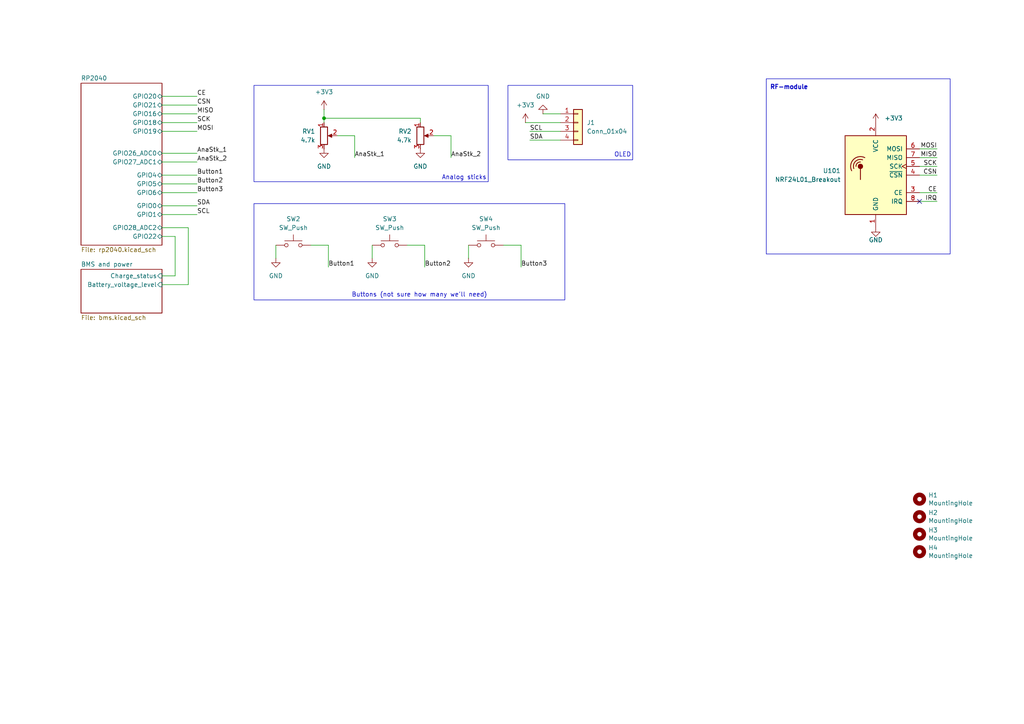
<source format=kicad_sch>
(kicad_sch (version 20250114) (generator "eeschema") (generator_version "9.0")
  (paper "A4")
  (title_block (title "SPRO3D RC remote PCB") (date "2025-11-01") (rev "0.1"))
  (lib_symbols
    (symbol "Connector_Generic:Conn_01x04" (pin_names (offset 1.016) (hide yes))
      (property "Reference" "J" (at 0 5.08 0))
      (property "Value" "Conn_01x04" (at 0 -7.62 0))
      (symbol "Conn_01x04_1_1"
        (rectangle (start -1.27 3.81) (end 1.27 -6.35) (stroke (width 0.254)) (fill (type background)))
        (rectangle (start -1.27 2.667) (end 0 2.413) (stroke (width 0.1524)))
        (rectangle (start -1.27 0.127) (end 0 -0.127) (stroke (width 0.1524)))
        (rectangle (start -1.27 -2.413) (end 0 -2.667) (stroke (width 0.1524)))
        (rectangle (start -1.27 -4.953) (end 0 -5.207) (stroke (width 0.1524)))
        (pin passive line (at -5.08 2.54 0) (length 3.81) (name "Pin_1") (number "1"))
        (pin passive line (at -5.08 0 0) (length 3.81) (name "Pin_2") (number "2"))
        (pin passive line (at -5.08 -2.54 0) (length 3.81) (name "Pin_3") (number "3"))
        (pin passive line (at -5.08 -5.08 0) (length 3.81) (name "Pin_4") (number "4"))
      )
    )
    (symbol "Device:R_Potentiometer" (pin_names (offset 1.016) (hide yes))
      (property "Reference" "RV" (at -4.445 0 90))
      (property "Value" "R_Potentiometer" (at -2.54 0 90))
      (symbol "R_Potentiometer_0_1"
        (rectangle (start 1.016 2.54) (end -1.016 -2.54) (stroke (width 0.254)))
        (polyline (pts (xy 1.143 0) (xy 2.286 0.508) (xy 2.286 -0.508) (xy 1.143 0)) (fill (type outline)))
        (polyline (pts (xy 2.54 0) (xy 1.524 0)))
      )
      (symbol "R_Potentiometer_1_1"
        (pin passive line (at 0 3.81 270) (length 1.27) (name "1") (number "1"))
        (pin passive line (at 0 -3.81 90) (length 1.27) (name "3") (number "3"))
        (pin passive line (at 3.81 0 180) (length 1.27) (name "2") (number "2"))
      )
    )
    (symbol "Mechanical:MountingHole" (pin_names (offset 1.016))
      (property "Reference" "H" (at 0 5.08 0))
      (property "Value" "MountingHole" (at 0 3.175 0))
      (symbol "MountingHole_0_1"
        (circle (center 0 0) (radius 1.27) (stroke (width 1.27)))
      )
    )
    (symbol "RF:NRF24L01_Breakout" (pin_names (offset 1.016))
      (property "Reference" "U" (at -8.89 12.7 0))
      (property "Value" "NRF24L01_Breakout" (at 3.81 12.7 0))
      (symbol "NRF24L01_Breakout_0_1"
        (rectangle (start -8.89 11.43) (end 8.89 -11.43) (stroke (width 0.254)) (fill (type background)))
        (arc (start 3.175 5.08) (mid 6.453 4.548) (end 6.985 1.27) (stroke (width 0.254)))
        (circle (center 4.445 2.54) (radius 0.635) (stroke (width 0.254)) (fill (type outline)))
        (polyline (pts (xy 4.445 1.905) (xy 4.445 -1.27)) (stroke (width 0.254)))
        (arc (start 3.81 4.445) (mid 5.8835 3.9785) (end 6.35 1.905) (stroke (width 0.254)))
        (arc (start 4.445 3.81) (mid 5.3558 3.4508) (end 5.715 2.54) (stroke (width 0.254)))
      )
      (symbol "NRF24L01_Breakout_1_1"
        (pin input line (at -12.7 7.62 0) (length 3.81) (name "MOSI") (number "6"))
        (pin output line (at -12.7 5.08 0) (length 3.81) (name "MISO") (number "7"))
        (pin input clock (at -12.7 2.54 0) (length 3.81) (name "SCK") (number "5"))
        (pin input line (at -12.7 0 0) (length 3.81) (name "~{CSN}") (number "4"))
        (pin input line (at -12.7 -5.08 0) (length 3.81) (name "CE") (number "3"))
        (pin output line (at -12.7 -7.62 0) (length 3.81) (name "IRQ") (number "8"))
        (pin power_in line (at 0 15.24 270) (length 3.81) (name "VCC") (number "2"))
        (pin power_in line (at 0 -15.24 90) (length 3.81) (name "GND") (number "1"))
      )
    )
    (symbol "Switch:SW_Push" (pin_numbers (hide yes)) (pin_names (offset 1.016) (hide yes))
      (property "Reference" "SW" (at 1.27 2.54 0))
      (property "Value" "SW_Push" (at 0 -1.524 0))
      (symbol "SW_Push_0_1"
        (circle (center -2.032 0) (radius 0.508))
        (polyline (pts (xy 0 1.27) (xy 0 3.048)))
        (circle (center 2.032 0) (radius 0.508))
        (polyline (pts (xy 2.54 1.27) (xy -2.54 1.27)))
        (pin passive line (at -5.08 0 0) (length 2.54) (name "1") (number "1"))
        (pin passive line (at 5.08 0 180) (length 2.54) (name "2") (number "2"))
      )
    )
    (symbol "power:+3.3V" (power) (pin_numbers (hide yes)) (pin_names (offset 0) (hide yes))
      (property "Value" "+3.3V" (at 0 3.556 0))
      (symbol "+3.3V_0_1"
        (polyline (pts (xy -0.762 1.27) (xy 0 2.54)))
        (polyline (pts (xy 0 2.54) (xy 0.762 1.27)))
        (polyline (pts (xy 0 0) (xy 0 2.54)))
      )
      (symbol "+3.3V_1_1"
        (pin power_in line (at 0 0 90) (length 0) (name "~") (number "1"))
      )
    )
    (symbol "power:+3V3" (power) (pin_numbers (hide yes)) (pin_names (offset 0) (hide yes))
      (property "Value" "+3V3" (at 0 3.556 0))
      (symbol "+3V3_0_1"
        (polyline (pts (xy -0.762 1.27) (xy 0 2.54)))
        (polyline (pts (xy 0 2.54) (xy 0.762 1.27)))
        (polyline (pts (xy 0 0) (xy 0 2.54)))
      )
      (symbol "+3V3_1_1"
        (pin power_in line (at 0 0 90) (length 0) (name "~") (number "1"))
      )
    )
    (symbol "power:GND" (power) (pin_numbers (hide yes)) (pin_names (offset 0) (hide yes))
      (property "Value" "GND" (at 0 -3.81 0))
      (symbol "GND_0_1"
        (polyline (pts (xy 0 0) (xy 0 -1.27) (xy 1.27 -1.27) (xy 0 -2.54) (xy -1.27 -1.27) (xy 0 -1.27)))
      )
      (symbol "GND_1_1"
        (pin power_in line (at 0 0 270) (length 0) (name "~") (number "1"))
      )
    )
  )
  (rectangle (start 222.25 22.86) (end 275.59 73.66))
  (rectangle (start 73.66 59.055) (end 163.83 86.995))
  (rectangle (start 147.32 24.765) (end 183.515 46.355))
  (rectangle (start 73.66 24.765) (end 141.605 52.705))
  (text "Buttons (not sure how many we'll need)\n" (at 121.666 85.598 0) (effects (font (size 1.27 1.27))))
  (text "RF-module" (at 228.854 25.4 0) (effects (font (size 1.27 1.27) (thickness 0.254) (bold yes))))
  (text "OLED\n" (at 180.594 44.958 0) (effects (font (size 1.27 1.27))))
  (text "Analog sticks\n" (at 134.62 51.562 0) (effects (font (size 1.27 1.27))))
  (junction (at 93.98 34.29))
  (no_connect (at 266.7 58.42))
  (wire (pts (xy 95.25 71.12) (xy 95.25 77.47)))
  (wire (pts (xy 121.92 34.29) (xy 93.98 34.29)))
  (wire (pts (xy 102.87 39.37) (xy 102.87 45.72)))
  (wire (pts (xy 123.19 71.12) (xy 123.19 77.47)))
  (wire (pts (xy 157.48 33.02) (xy 162.56 33.02)))
  (wire (pts (xy 50.8 68.58) (xy 50.8 80.01)))
  (wire (pts (xy 54.61 66.04) (xy 54.61 82.55)))
  (wire (pts (xy 46.99 30.48) (xy 57.15 30.48)))
  (wire (pts (xy 46.99 55.88) (xy 57.15 55.88)))
  (wire (pts (xy 90.17 71.12) (xy 95.25 71.12)))
  (wire (pts (xy 266.7 55.88) (xy 271.78 55.88)))
  (wire (pts (xy 266.7 48.26) (xy 271.78 48.26)))
  (wire (pts (xy 93.98 34.29) (xy 93.98 35.56)))
  (wire (pts (xy 153.67 40.64) (xy 162.56 40.64)))
  (wire (pts (xy 80.01 71.12) (xy 80.01 74.93)))
  (wire (pts (xy 57.15 50.8) (xy 46.99 50.8)))
  (wire (pts (xy 46.99 68.58) (xy 50.8 68.58)))
  (wire (pts (xy 97.79 39.37) (xy 102.87 39.37)))
  (wire (pts (xy 266.7 43.18) (xy 271.78 43.18)))
  (wire (pts (xy 271.78 58.42) (xy 266.7 58.42)))
  (wire (pts (xy 46.99 62.23) (xy 57.15 62.23)))
  (wire (pts (xy 46.99 44.45) (xy 57.15 44.45)))
  (wire (pts (xy 46.99 66.04) (xy 54.61 66.04)))
  (wire (pts (xy 46.99 35.56) (xy 57.15 35.56)))
  (wire (pts (xy 125.73 39.37) (xy 130.81 39.37)))
  (wire (pts (xy 46.99 53.34) (xy 57.15 53.34)))
  (wire (pts (xy 46.99 38.1) (xy 57.15 38.1)))
  (wire (pts (xy 266.7 50.8) (xy 271.78 50.8)))
  (wire (pts (xy 46.99 27.94) (xy 57.15 27.94)))
  (wire (pts (xy 57.15 59.69) (xy 46.99 59.69)))
  (wire (pts (xy 121.92 35.56) (xy 121.92 34.29)))
  (wire (pts (xy 135.89 71.12) (xy 135.89 74.93)))
  (wire (pts (xy 118.11 71.12) (xy 123.19 71.12)))
  (wire (pts (xy 152.4 35.56) (xy 162.56 35.56)))
  (wire (pts (xy 46.99 33.02) (xy 57.15 33.02)))
  (wire (pts (xy 107.95 71.12) (xy 107.95 74.93)))
  (wire (pts (xy 146.05 71.12) (xy 151.13 71.12)))
  (wire (pts (xy 46.99 46.99) (xy 57.15 46.99)))
  (wire (pts (xy 93.98 31.75) (xy 93.98 34.29)))
  (wire (pts (xy 266.7 45.72) (xy 271.78 45.72)))
  (wire (pts (xy 130.81 39.37) (xy 130.81 45.72)))
  (wire (pts (xy 54.61 82.55) (xy 46.99 82.55)))
  (wire (pts (xy 46.99 80.01) (xy 50.8 80.01)))
  (wire (pts (xy 151.13 71.12) (xy 151.13 77.47)))
  (wire (pts (xy 153.67 38.1) (xy 162.56 38.1)))
  (label "SCL" (at 57.15 62.23 0))
  (label "MISO" (at 271.78 45.72 180))
  (label "AnaStk_2" (at 130.81 45.72 0))
  (label "Button2" (at 57.15 53.34 0))
  (label "SCK" (at 271.78 48.26 180))
  (label "MISO" (at 57.15 33.02 0))
  (label "SDA" (at 57.15 59.69 0))
  (label "SCL" (at 153.67 38.1 0))
  (label "AnaStk_2" (at 57.15 46.99 0))
  (label "SDA" (at 153.67 40.64 0))
  (label "CSN" (at 271.78 50.8 180))
  (label "SCK" (at 57.15 35.56 0))
  (label "Button1" (at 95.25 77.47 0))
  (label "MOSI" (at 57.15 38.1 0))
  (label "AnaStk_1" (at 57.15 44.45 0))
  (label "AnaStk_1" (at 102.87 45.72 0))
  (label "MOSI" (at 271.78 43.18 180))
  (label "CE" (at 271.78 55.88 180))
  (label "Button3" (at 57.15 55.88 0))
  (label "Button2" (at 123.19 77.47 0))
  (label "CE" (at 57.15 27.94 0))
  (label "IRQ" (at 271.78 58.42 180))
  (label "Button3" (at 151.13 77.47 0))
  (label "CSN" (at 57.15 30.48 0))
  (label "Button1" (at 57.15 50.8 0))
  (symbol (lib_id "Mechanical:MountingHole") (at 266.7 144.78 0) (unit 1)
    (property "Reference" "H1" (at 269.24 143.6116 0) (effects (justify left)))
    (property "Value" "MountingHole" (at 269.24 145.923 0) (effects (justify left)))
    (property "Footprint" "MountingHole:MountingHole_2.7mm_M2.5" (effects (hide yes)))
  )
  (symbol (lib_id "Mechanical:MountingHole") (at 266.7 149.86 0) (unit 1)
    (property "Reference" "H2" (at 269.24 148.6916 0) (effects (justify left)))
    (property "Value" "MountingHole" (at 269.24 151.003 0) (effects (justify left)))
    (property "Footprint" "MountingHole:MountingHole_2.7mm_M2.5" (effects (hide yes)))
  )
  (symbol (lib_id "Mechanical:MountingHole") (at 266.7 154.94 0) (unit 1)
    (property "Reference" "H3" (at 269.24 153.7716 0) (effects (justify left)))
    (property "Value" "MountingHole" (at 269.24 156.083 0) (effects (justify left)))
    (property "Footprint" "MountingHole:MountingHole_2.7mm_M2.5" (effects (hide yes)))
  )
  (symbol (lib_id "Mechanical:MountingHole") (at 266.7 160.02 0) (unit 1)
    (property "Reference" "H4" (at 269.24 158.8516 0) (effects (justify left)))
    (property "Value" "MountingHole" (at 269.24 161.163 0) (effects (justify left)))
    (property "Footprint" "MountingHole:MountingHole_2.7mm_M2.5" (effects (hide yes)))
  )
  (symbol (lib_id "power:GND") (at 157.48 33.02 180) (unit 1)
    (property "Reference" "#PWR029" (effects (hide yes)))
    (property "Value" "GND" (at 157.48 27.94 0))
    (property "Description" "Power symbol creates a global label with name \"GND\" , ground" (effects (hide yes)))
  )
  (symbol (lib_id "power:GND") (at 93.98 43.18 0) (unit 1)
    (property "Reference" "#PWR028" (effects (hide yes)))
    (property "Value" "GND" (at 93.98 48.26 0))
    (property "Description" "Power symbol creates a global label with name \"GND\" , ground" (effects (hide yes)))
  )
  (symbol (lib_id "Connector_Generic:Conn_01x04") (at 167.64 35.56 0) (unit 1)
    (property "Reference" "J1" (at 170.18 35.5599 0) (effects (justify left)))
    (property "Value" "Conn_01x04" (at 170.18 38.0999 0) (effects (justify left)))
    (property "Footprint" "Connector_JST:JST_PH_B4B-PH-K_1x04_P2.00mm_Vertical" (effects (hide yes)))
    (property "Description" "Generic connector, single row, 01x04, script generated (kicad-library-utils/schlib/autogen/connector/)" (effects (hide yes)))
  )
  (symbol (lib_id "power:+3.3V") (at 152.4 35.56 0) (unit 1)
    (property "Reference" "#PWR032" (effects (hide yes)))
    (property "Value" "+3V3" (at 152.4 30.48 0))
    (property "Description" "Power symbol creates a global label with name \"+3.3V\"" (effects (hide yes)))
  )
  (symbol (lib_id "Switch:SW_Push") (at 85.09 71.12 0) (unit 1)
    (property "Reference" "SW2" (at 85.09 63.5 0))
    (property "Value" "SW_Push" (at 85.09 66.04 0))
    (property "Footprint" "Connector_JST:JST_PH_B2B-PH-K_1x02_P2.00mm_Vertical" (effects (hide yes)))
    (property "Description" "Push button switch, generic, two pins" (effects (hide yes)))
  )
  (symbol (lib_id "Switch:SW_Push") (at 140.97 71.12 0) (unit 1)
    (property "Reference" "SW4" (at 140.97 63.5 0))
    (property "Value" "SW_Push" (at 140.97 66.04 0))
    (property "Footprint" "Connector_JST:JST_PH_B2B-PH-K_1x02_P2.00mm_Vertical" (effects (hide yes)))
    (property "Description" "Push button switch, generic, two pins" (effects (hide yes)))
  )
  (symbol (lib_id "RF:NRF24L01_Breakout") (at 254 50.8 0) (mirror y) (unit 1)
    (property "Reference" "U101" (at 243.84 49.5299 0) (effects (justify left)))
    (property "Value" "NRF24L01_Breakout" (at 243.84 52.0699 0) (effects (justify left)))
    (property "Footprint" "Connector_PinHeader_2.54mm:PinHeader_2x04_P2.54mm_Vertical" (effects (hide yes)))
    (property "Datasheet" "http://www.nordicsemi.com/eng/content/download/2730/34105/file/nRF24L01_Product_Specification_v2_0.pdf" (effects (hide yes)))
    (property "Description" "Ultra low power 2.4GHz RF Transceiver, Carrier PCB" (effects (hide yes)))
  )
  (symbol (lib_id "power:GND") (at 254 66.04 0) (unit 1)
    (property "Reference" "#PWR042" (effects (hide yes)))
    (property "Value" "GND" (at 254 69.596 0))
    (property "Description" "Power symbol creates a global label with name \"GND\" , ground" (effects (hide yes)))
  )
  (symbol (lib_id "power:GND") (at 80.01 74.93 0) (unit 1)
    (property "Reference" "#PWR030" (effects (hide yes)))
    (property "Value" "GND" (at 80.01 80.01 0))
    (property "Description" "Power symbol creates a global label with name \"GND\" , ground" (effects (hide yes)))
  )
  (symbol (lib_id "power:GND") (at 107.95 74.93 0) (unit 1)
    (property "Reference" "#PWR031" (effects (hide yes)))
    (property "Value" "GND" (at 107.95 80.01 0))
    (property "Description" "Power symbol creates a global label with name \"GND\" , ground" (effects (hide yes)))
  )
  (symbol (lib_id "power:+3V3") (at 93.98 31.75 0) (unit 1)
    (property "Reference" "#PWR026" (effects (hide yes)))
    (property "Value" "+3V3" (at 93.98 26.67 0))
    (property "Description" "Power symbol creates a global label with name \"+3V3\"" (effects (hide yes)))
  )
  (symbol (lib_id "Device:R_Potentiometer") (at 93.98 39.37 0) (unit 1)
    (property "Reference" "RV1" (at 91.44 38.0999 0) (effects (justify right)))
    (property "Value" "4.7k" (at 91.44 40.6399 0) (effects (justify right)))
    (property "Footprint" "Connector_JST:JST_PH_B3B-PH-K_1x03_P2.00mm_Vertical" (effects (hide yes)))
    (property "Description" "Potentiometer" (effects (hide yes)))
  )
  (symbol (lib_id "power:GND") (at 135.89 74.93 0) (unit 1)
    (property "Reference" "#PWR033" (effects (hide yes)))
    (property "Value" "GND" (at 135.89 80.01 0))
    (property "Description" "Power symbol creates a global label with name \"GND\" , ground" (effects (hide yes)))
  )
  (symbol (lib_id "Device:R_Potentiometer") (at 121.92 39.37 0) (unit 1)
    (property "Reference" "RV2" (at 119.38 38.0999 0) (effects (justify right)))
    (property "Value" "4.7k" (at 119.38 40.6399 0) (effects (justify right)))
    (property "Footprint" "Connector_JST:JST_PH_B3B-PH-K_1x03_P2.00mm_Vertical" (effects (hide yes)))
    (property "Description" "Potentiometer" (effects (hide yes)))
  )
  (symbol (lib_id "Switch:SW_Push") (at 113.03 71.12 0) (unit 1)
    (property "Reference" "SW3" (at 113.03 63.5 0))
    (property "Value" "SW_Push" (at 113.03 66.04 0))
    (property "Footprint" "Connector_JST:JST_PH_B2B-PH-K_1x02_P2.00mm_Vertical" (effects (hide yes)))
    (property "Description" "Push button switch, generic, two pins" (effects (hide yes)))
  )
  (symbol (lib_id "power:+3.3V") (at 254 35.56 0) (unit 1)
    (property "Reference" "#PWR043" (effects (hide yes)))
    (property "Value" "+3V3" (at 256.54 34.2899 0) (effects (justify left)))
    (property "Description" "Power symbol creates a global label with name \"+3.3V\"" (effects (hide yes)))
  )
  (symbol (lib_id "power:GND") (at 121.92 43.18 0) (unit 1)
    (property "Reference" "#PWR027" (effects (hide yes)))
    (property "Value" "GND" (at 121.92 48.26 0))
    (property "Description" "Power symbol creates a global label with name \"GND\" , ground" (effects (hide yes)))
  )
  (sheet (at 23.495 78.105) (size 23.495 12.7) (stroke (width 0.1524))
    (property "Sheetname" "BMS and power" (at 23.495 77.3934 0) (effects (justify left bottom)))
    (property "Sheetfile" "bms.kicad_sch" (at 23.495 91.3896 0) (effects (justify left top)))
    (pin "Battery_voltage_level" input (at 46.99 82.55 0))
    (pin "Charge_status" input (at 46.99 80.01 0))
  )
  (sheet (at 23.495 24.13) (size 23.495 46.99) (stroke (width 0.1524))
    (property "Sheetname" "RP2040" (at 23.495 23.4184 0) (effects (justify left bottom)))
    (property "Sheetfile" "rp2040.kicad_sch" (at 23.495 71.7046 0) (effects (justify left top)))
    (pin "GPIO0" bidirectional (at 46.99 59.69 0))
    (pin "GPIO1" bidirectional (at 46.99 62.23 0))
    (pin "GPIO4" bidirectional (at 46.99 50.8 0))
    (pin "GPIO5" bidirectional (at 46.99 53.34 0))
    (pin "GPIO6" bidirectional (at 46.99 55.88 0))
    (pin "GPIO16" bidirectional (at 46.99 33.02 0))
    (pin "GPIO18" bidirectional (at 46.99 35.56 0))
    (pin "GPIO19" bidirectional (at 46.99 38.1 0))
    (pin "GPIO20" bidirectional (at 46.99 27.94 0))
    (pin "GPIO21" bidirectional (at 46.99 30.48 0))
    (pin "GPIO22" bidirectional (at 46.99 68.58 0))
    (pin "GPIO28_ADC2" bidirectional (at 46.99 66.04 0))
    (pin "GPIO26_ADC0" bidirectional (at 46.99 44.45 0))
    (pin "GPIO27_ADC1" bidirectional (at 46.99 46.99 0))
  )
)
</source>
